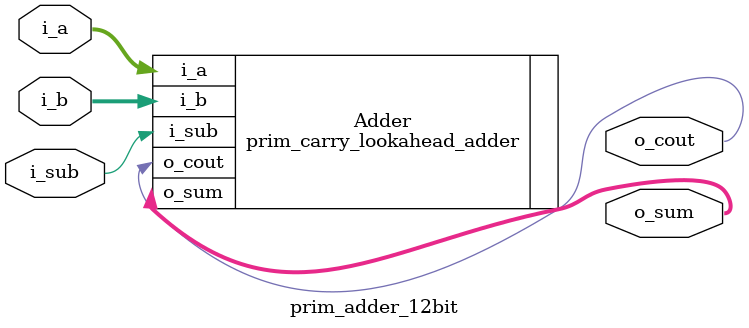
<source format=sv>
module prim_adder_12bit(
    input  logic [11:0] i_a,
    input  logic [11:0] i_b,
    input  logic        i_sub,
    output logic [11:0] o_sum,
    output logic        o_cout
);

prim_carry_lookahead_adder #(.WIDTH(12)) Adder(
    .i_a   (i_a)   ,
    .i_b   (i_b)   ,
    .i_sub (i_sub) ,
    .o_sum (o_sum) ,
    .o_cout(o_cout)
);



endmodule : prim_adder_12bit

</source>
